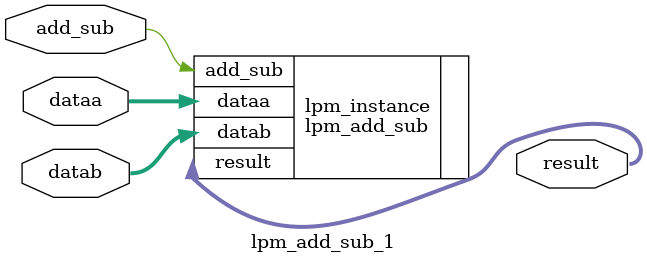
<source format=v>



module lpm_add_sub_1(add_sub,dataa,datab,result);
input add_sub;
input [15:0] dataa;
input [15:0] datab;
output [15:0] result;

lpm_add_sub	lpm_instance(.add_sub(add_sub),.dataa(dataa),.datab(datab),.result(result));
	defparam	lpm_instance.LPM_DIRECTION = "DEFAULT";
	defparam	lpm_instance.LPM_WIDTH = 16;

endmodule

</source>
